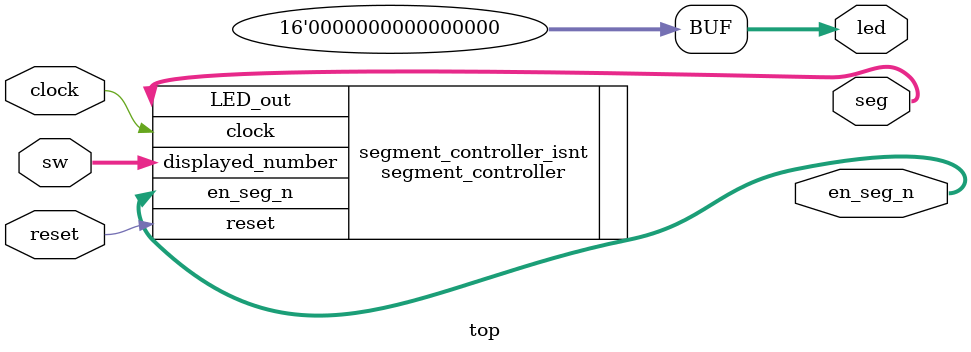
<source format=v>
`timescale 1ns / 1ps
module top(
    clock,
    reset,
    sw,
    led,
    seg,
    en_seg_n
);

//////////////////////////////////////////////////////////////////////////////////
// Parameter Declarations
//////////////////////////////////////////////////////////////////////////////////
localparam  [7:0]   baudrate = 87;  // 115 200 baudrate for UART RX/TX

//////////////////////////////////////////////////////////////////////////////////
// Port Declarations
//////////////////////////////////////////////////////////////////////////////////
input               clock;          // Clock at 100MHz
input               reset;          // Reset
input       [15:0]  sw;             // Switches
output      [15:0]  led;            // LEDs
output      [ 6:0]  seg;            // 7 segment LED display
output      [ 3:0]  en_seg_n;       // Enable segment (cathode active low)

//////////////////////////////////////////////////////////////////////////////////
// Port Declarations
//////////////////////////////////////////////////////////////////////////////////
reg         [15:0]  debug;

assign led = 16'b0;
/*
// Instantiate modules
uart_rx uart_rx_inst(
    .i_Clock            (clock),
    .i_Rx_Serial        (),
    .o_Rx_DV            (),
    .o_Rx_Byte          ()
);

uart_tx uart_tx_inst(
    .i_Clock            (clock),
    .i_Tx_DV            (),
    .i_Tx_Byte          (),
    .o_Tx_Active        (),
    .o_Tx_Serial        (),
    .o_Tx_Done          ()
);
*/
segment_controller segment_controller_isnt(
    .clock              (clock),
    .reset              (reset),
    .displayed_number   (sw),
    .en_seg_n           (en_seg_n),
    .LED_out            (seg)
);
endmodule
</source>
